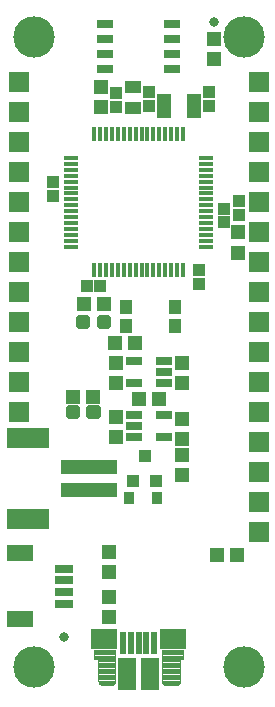
<source format=gts>
G75*
%MOIN*%
%OFA0B0*%
%FSLAX25Y25*%
%IPPOS*%
%LPD*%
%AMOC8*
5,1,8,0,0,1.08239X$1,22.5*
%
%ADD10R,0.04343X0.04737*%
%ADD11R,0.04737X0.05131*%
%ADD12R,0.05524X0.02965*%
%ADD13R,0.03280X0.04068*%
%ADD14C,0.01990*%
%ADD15R,0.05131X0.04737*%
%ADD16R,0.03950X0.04343*%
%ADD17C,0.03300*%
%ADD18R,0.08674X0.05524*%
%ADD19R,0.06115X0.03162*%
%ADD20R,0.01666X0.04737*%
%ADD21R,0.04737X0.01666*%
%ADD22R,0.04737X0.07887*%
%ADD23R,0.04343X0.04146*%
%ADD24R,0.04146X0.04343*%
%ADD25R,0.05524X0.03950*%
%ADD26R,0.02375X0.07690*%
%ADD27R,0.08674X0.06548*%
%ADD28R,0.06410X0.10643*%
%ADD29C,0.00400*%
%ADD30R,0.06800X0.06800*%
%ADD31R,0.05524X0.03162*%
%ADD32R,0.18910X0.04737*%
%ADD33R,0.14186X0.07099*%
%ADD34C,0.13800*%
D10*
X0191762Y0203850D03*
X0191762Y0210150D03*
X0207904Y0210150D03*
X0207904Y0203850D03*
D11*
X0210333Y0191346D03*
X0210333Y0184654D03*
X0188333Y0184654D03*
X0188333Y0191346D03*
X0188333Y0173346D03*
X0188333Y0166654D03*
X0210333Y0166154D03*
X0210333Y0160846D03*
X0210333Y0154154D03*
X0210333Y0172846D03*
X0185833Y0128346D03*
X0185833Y0121654D03*
X0185833Y0113346D03*
X0185833Y0106654D03*
X0228958Y0228279D03*
X0228958Y0234971D03*
X0183333Y0276654D03*
X0183333Y0283346D03*
X0220833Y0292654D03*
X0220833Y0299346D03*
D12*
X0204452Y0192240D03*
X0194215Y0192240D03*
X0204452Y0188500D03*
X0204452Y0184760D03*
X0194215Y0184760D03*
X0194215Y0174240D03*
X0194215Y0170500D03*
X0204452Y0174240D03*
X0204452Y0166760D03*
X0194215Y0166760D03*
D13*
X0192806Y0146500D03*
X0201861Y0146500D03*
D14*
X0179413Y0173627D02*
X0179413Y0176373D01*
X0182159Y0176373D01*
X0182159Y0173627D01*
X0179413Y0173627D01*
X0179413Y0175517D02*
X0182159Y0175517D01*
X0172508Y0176373D02*
X0172508Y0173627D01*
X0172508Y0176373D02*
X0175254Y0176373D01*
X0175254Y0173627D01*
X0172508Y0173627D01*
X0172508Y0175517D02*
X0175254Y0175517D01*
X0176008Y0203627D02*
X0176008Y0206373D01*
X0178754Y0206373D01*
X0178754Y0203627D01*
X0176008Y0203627D01*
X0176008Y0205517D02*
X0178754Y0205517D01*
X0182913Y0206373D02*
X0182913Y0203627D01*
X0182913Y0206373D02*
X0185659Y0206373D01*
X0185659Y0203627D01*
X0182913Y0203627D01*
X0182913Y0205517D02*
X0185659Y0205517D01*
D15*
X0184180Y0211000D03*
X0177487Y0211000D03*
X0187987Y0198000D03*
X0194680Y0198000D03*
X0180680Y0180000D03*
X0173987Y0180000D03*
X0195987Y0179500D03*
X0202680Y0179500D03*
X0221987Y0127500D03*
X0228680Y0127500D03*
D16*
X0201573Y0152063D03*
X0194093Y0152063D03*
X0197833Y0160331D03*
D17*
X0170833Y0100000D03*
X0220833Y0305000D03*
D18*
X0156365Y0128024D03*
X0156365Y0105976D03*
D19*
X0170833Y0111094D03*
X0170833Y0115031D03*
X0170833Y0118969D03*
X0170833Y0122906D03*
D20*
X0181070Y0222362D03*
X0183038Y0222362D03*
X0185007Y0222362D03*
X0186975Y0222362D03*
X0188944Y0222362D03*
X0190912Y0222362D03*
X0192881Y0222362D03*
X0194849Y0222362D03*
X0196818Y0222362D03*
X0198786Y0222362D03*
X0200755Y0222362D03*
X0202723Y0222362D03*
X0204692Y0222362D03*
X0206660Y0222362D03*
X0208629Y0222362D03*
X0210597Y0222362D03*
X0210597Y0267638D03*
X0208629Y0267638D03*
X0206660Y0267638D03*
X0204692Y0267638D03*
X0202723Y0267638D03*
X0200755Y0267638D03*
X0198786Y0267638D03*
X0196818Y0267638D03*
X0194849Y0267638D03*
X0192881Y0267638D03*
X0190912Y0267638D03*
X0188944Y0267638D03*
X0186975Y0267638D03*
X0185007Y0267638D03*
X0183038Y0267638D03*
X0181070Y0267638D03*
D21*
X0173196Y0259764D03*
X0173196Y0257795D03*
X0173196Y0255827D03*
X0173196Y0253858D03*
X0173196Y0251890D03*
X0173196Y0249921D03*
X0173196Y0247953D03*
X0173196Y0245984D03*
X0173196Y0244016D03*
X0173196Y0242047D03*
X0173196Y0240079D03*
X0173196Y0238110D03*
X0173196Y0236142D03*
X0173196Y0234173D03*
X0173196Y0232205D03*
X0173196Y0230236D03*
X0218471Y0230236D03*
X0218471Y0232205D03*
X0218471Y0234173D03*
X0218471Y0236142D03*
X0218471Y0238110D03*
X0218471Y0240079D03*
X0218471Y0242047D03*
X0218471Y0244016D03*
X0218471Y0245984D03*
X0218471Y0247953D03*
X0218471Y0249921D03*
X0218471Y0251890D03*
X0218471Y0253858D03*
X0218471Y0255827D03*
X0218471Y0257795D03*
X0218471Y0259764D03*
D22*
X0214255Y0277000D03*
X0204412Y0277000D03*
D23*
X0199333Y0277217D03*
X0199333Y0281783D03*
X0188333Y0281283D03*
X0188333Y0276717D03*
X0219333Y0277217D03*
X0219333Y0281783D03*
X0167333Y0251783D03*
X0167333Y0247217D03*
X0215833Y0222283D03*
X0215833Y0217717D03*
X0224458Y0238292D03*
X0229458Y0240717D03*
X0229458Y0245283D03*
X0224458Y0242858D03*
D24*
X0183117Y0217000D03*
X0178550Y0217000D03*
D25*
X0193833Y0276457D03*
X0193833Y0283543D03*
D26*
X0193274Y0098250D03*
X0190715Y0098250D03*
X0195833Y0098250D03*
X0198392Y0098250D03*
X0200951Y0098250D03*
D27*
X0207251Y0099333D03*
X0184416Y0099333D03*
D28*
X0192044Y0087719D03*
X0199623Y0087719D03*
D29*
X0182603Y0084870D02*
X0182487Y0085203D01*
X0182448Y0085553D01*
X0182448Y0092640D01*
X0180873Y0092640D01*
X0180873Y0095789D01*
X0187959Y0095789D01*
X0187959Y0085553D01*
X0187969Y0085242D01*
X0187908Y0084936D01*
X0187781Y0084651D01*
X0187594Y0084402D01*
X0187357Y0084200D01*
X0187080Y0084057D01*
X0186778Y0083978D01*
X0184022Y0083978D01*
X0183672Y0084018D01*
X0183339Y0084134D01*
X0183040Y0084322D01*
X0182791Y0084571D01*
X0182603Y0084870D01*
X0182659Y0084782D02*
X0187840Y0084782D01*
X0187957Y0085181D02*
X0182495Y0085181D01*
X0182448Y0085579D02*
X0187959Y0085579D01*
X0187959Y0085978D02*
X0182448Y0085978D01*
X0182448Y0086376D02*
X0187959Y0086376D01*
X0187959Y0086775D02*
X0182448Y0086775D01*
X0182448Y0087173D02*
X0187959Y0087173D01*
X0187959Y0087572D02*
X0182448Y0087572D01*
X0182448Y0087970D02*
X0187959Y0087970D01*
X0187959Y0088369D02*
X0182448Y0088369D01*
X0182448Y0088767D02*
X0187959Y0088767D01*
X0187959Y0089166D02*
X0182448Y0089166D01*
X0182448Y0089564D02*
X0187959Y0089564D01*
X0187959Y0089963D02*
X0182448Y0089963D01*
X0182448Y0090361D02*
X0187959Y0090361D01*
X0187959Y0090760D02*
X0182448Y0090760D01*
X0182448Y0091158D02*
X0187959Y0091158D01*
X0187959Y0091557D02*
X0182448Y0091557D01*
X0182448Y0091955D02*
X0187959Y0091955D01*
X0187959Y0092354D02*
X0182448Y0092354D01*
X0180873Y0092752D02*
X0187959Y0092752D01*
X0187959Y0093151D02*
X0180873Y0093151D01*
X0180873Y0093549D02*
X0187959Y0093549D01*
X0187959Y0093948D02*
X0180873Y0093948D01*
X0180873Y0094346D02*
X0187959Y0094346D01*
X0187959Y0094745D02*
X0180873Y0094745D01*
X0180873Y0095143D02*
X0187959Y0095143D01*
X0187959Y0095542D02*
X0180873Y0095542D01*
X0203707Y0095542D02*
X0210794Y0095542D01*
X0210794Y0095789D02*
X0210794Y0092640D01*
X0209613Y0092640D01*
X0209613Y0085159D01*
X0209535Y0084858D01*
X0209391Y0084581D01*
X0209189Y0084343D01*
X0208940Y0084156D01*
X0208655Y0084029D01*
X0208350Y0083969D01*
X0208038Y0083978D01*
X0204888Y0083978D01*
X0204626Y0084008D01*
X0204376Y0084095D01*
X0204152Y0084236D01*
X0203965Y0084423D01*
X0203824Y0084647D01*
X0203737Y0084897D01*
X0203707Y0085159D01*
X0203707Y0095789D01*
X0210794Y0095789D01*
X0210794Y0095143D02*
X0203707Y0095143D01*
X0203707Y0094745D02*
X0210794Y0094745D01*
X0210794Y0094346D02*
X0203707Y0094346D01*
X0203707Y0093948D02*
X0210794Y0093948D01*
X0210794Y0093549D02*
X0203707Y0093549D01*
X0203707Y0093151D02*
X0210794Y0093151D01*
X0210794Y0092752D02*
X0203707Y0092752D01*
X0203707Y0092354D02*
X0209613Y0092354D01*
X0209613Y0091955D02*
X0203707Y0091955D01*
X0203707Y0091557D02*
X0209613Y0091557D01*
X0209613Y0091158D02*
X0203707Y0091158D01*
X0203707Y0090760D02*
X0209613Y0090760D01*
X0209613Y0090361D02*
X0203707Y0090361D01*
X0203707Y0089963D02*
X0209613Y0089963D01*
X0209613Y0089564D02*
X0203707Y0089564D01*
X0203707Y0089166D02*
X0209613Y0089166D01*
X0209613Y0088767D02*
X0203707Y0088767D01*
X0203707Y0088369D02*
X0209613Y0088369D01*
X0209613Y0087970D02*
X0203707Y0087970D01*
X0203707Y0087572D02*
X0209613Y0087572D01*
X0209613Y0087173D02*
X0203707Y0087173D01*
X0203707Y0086775D02*
X0209613Y0086775D01*
X0209613Y0086376D02*
X0203707Y0086376D01*
X0203707Y0085978D02*
X0209613Y0085978D01*
X0209613Y0085579D02*
X0203707Y0085579D01*
X0203707Y0085181D02*
X0209613Y0085181D01*
X0209495Y0084782D02*
X0203777Y0084782D01*
X0204004Y0084384D02*
X0209224Y0084384D01*
X0208431Y0083985D02*
X0204828Y0083985D01*
X0187573Y0084384D02*
X0182979Y0084384D01*
X0183962Y0083985D02*
X0186804Y0083985D01*
D30*
X0235833Y0135000D03*
X0235833Y0145000D03*
X0235833Y0155000D03*
X0235833Y0165000D03*
X0235833Y0175000D03*
X0235833Y0185000D03*
X0235833Y0195000D03*
X0235833Y0205000D03*
X0235833Y0215000D03*
X0235833Y0225000D03*
X0235833Y0235000D03*
X0235833Y0245000D03*
X0235833Y0255000D03*
X0235833Y0265000D03*
X0235833Y0275000D03*
X0235833Y0285000D03*
X0155833Y0285000D03*
X0155833Y0275000D03*
X0155833Y0265000D03*
X0155833Y0255000D03*
X0155833Y0245000D03*
X0155833Y0235000D03*
X0155833Y0225000D03*
X0155833Y0215000D03*
X0155833Y0205000D03*
X0155833Y0195000D03*
X0155833Y0185000D03*
X0155833Y0175000D03*
D31*
X0184810Y0289500D03*
X0184810Y0294500D03*
X0184810Y0299500D03*
X0184810Y0304500D03*
X0206857Y0304500D03*
X0206857Y0299500D03*
X0206857Y0294500D03*
X0206857Y0289500D03*
D32*
X0179400Y0156937D03*
X0179400Y0149063D03*
D33*
X0158928Y0139614D03*
X0158928Y0166386D03*
D34*
X0160833Y0090000D03*
X0230833Y0090000D03*
X0230833Y0300000D03*
X0160833Y0300000D03*
M02*

</source>
